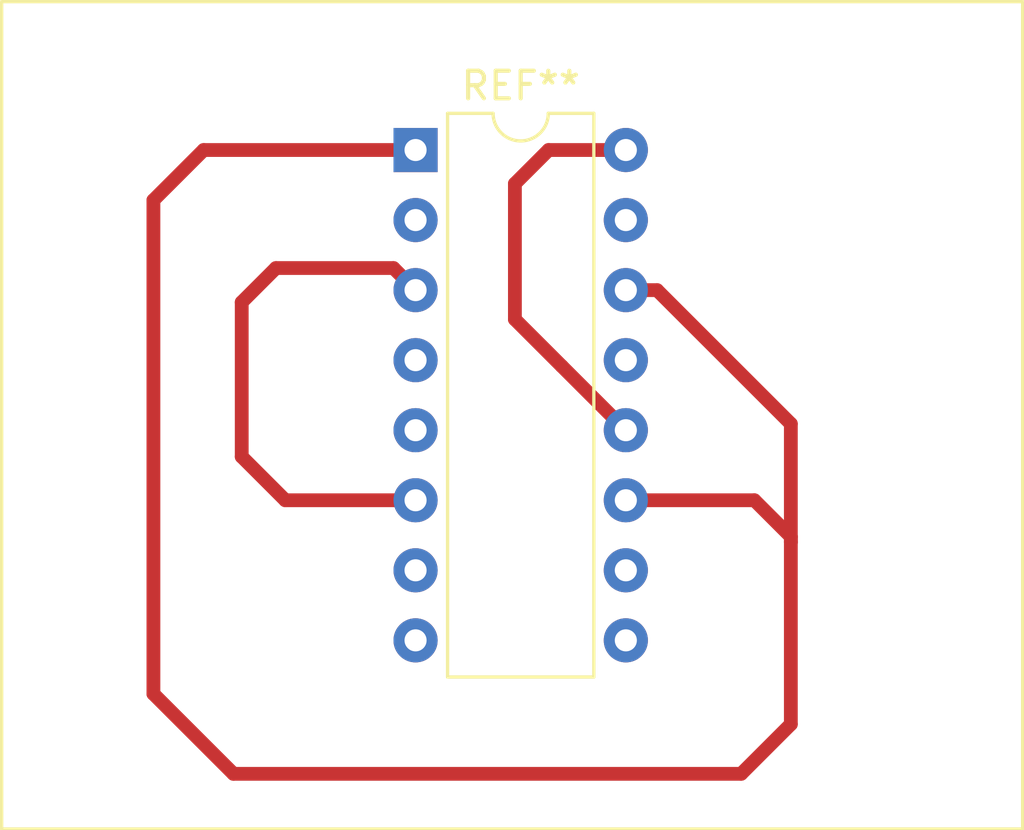
<source format=kicad_pcb>
(kicad_pcb (version 20171130) (host pcbnew 5.1.5+dfsg1-2build2)

  (general
    (thickness 1.6)
    (drawings 4)
    (tracks 24)
    (zones 0)
    (modules 1)
    (nets 1)
  )

  (page A4)
  (layers
    (0 F.Cu signal)
    (31 B.Cu signal)
    (32 B.Adhes user)
    (33 F.Adhes user)
    (34 B.Paste user)
    (35 F.Paste user)
    (36 B.SilkS user)
    (37 F.SilkS user)
    (38 B.Mask user)
    (39 F.Mask user)
    (40 Dwgs.User user)
    (41 Cmts.User user)
    (42 Eco1.User user)
    (43 Eco2.User user)
    (44 Edge.Cuts user)
    (45 Margin user)
    (46 B.CrtYd user)
    (47 F.CrtYd user)
    (48 B.Fab user)
    (49 F.Fab user)
  )

  (setup
    (last_trace_width 0.5)
    (user_trace_width 0.5)
    (user_trace_width 1)
    (trace_clearance 0.2)
    (zone_clearance 0.508)
    (zone_45_only no)
    (trace_min 0.2)
    (via_size 0.8)
    (via_drill 0.4)
    (via_min_size 0.4)
    (via_min_drill 0.3)
    (uvia_size 0.3)
    (uvia_drill 0.1)
    (uvias_allowed no)
    (uvia_min_size 0.2)
    (uvia_min_drill 0.1)
    (edge_width 0.05)
    (segment_width 0.2)
    (pcb_text_width 0.3)
    (pcb_text_size 1.5 1.5)
    (mod_edge_width 0.12)
    (mod_text_size 1 1)
    (mod_text_width 0.15)
    (pad_size 1.524 1.524)
    (pad_drill 0.762)
    (pad_to_mask_clearance 0.051)
    (solder_mask_min_width 0.25)
    (aux_axis_origin 0 0)
    (visible_elements FFFFFF7F)
    (pcbplotparams
      (layerselection 0x00000_7fffffff)
      (usegerberextensions false)
      (usegerberattributes false)
      (usegerberadvancedattributes false)
      (creategerberjobfile false)
      (excludeedgelayer true)
      (linewidth 0.100000)
      (plotframeref false)
      (viasonmask false)
      (mode 1)
      (useauxorigin false)
      (hpglpennumber 1)
      (hpglpenspeed 20)
      (hpglpendiameter 15.000000)
      (psnegative false)
      (psa4output false)
      (plotreference true)
      (plotvalue true)
      (plotinvisibletext false)
      (padsonsilk false)
      (subtractmaskfromsilk false)
      (outputformat 1)
      (mirror false)
      (drillshape 0)
      (scaleselection 1)
      (outputdirectory "../"))
  )

  (net 0 "")

  (net_class Default "Это класс цепей по умолчанию."
    (clearance 0.2)
    (trace_width 0.25)
    (via_dia 0.8)
    (via_drill 0.4)
    (uvia_dia 0.3)
    (uvia_drill 0.1)
  )

  (module Package_DIP:DIP-16_W7.62mm (layer F.Cu) (tedit 5A02E8C5) (tstamp 64EB562B)
    (at 105 75.38)
    (descr "16-lead though-hole mounted DIP package, row spacing 7.62 mm (300 mils)")
    (tags "THT DIP DIL PDIP 2.54mm 7.62mm 300mil")
    (fp_text reference REF** (at 3.81 -2.33) (layer F.SilkS)
      (effects (font (size 1 1) (thickness 0.15)))
    )
    (fp_text value DIP-16_W7.62mm (at 3.81 20.11) (layer F.Fab)
      (effects (font (size 1 1) (thickness 0.15)))
    )
    (fp_text user %R (at 3.81 8.89) (layer F.Fab)
      (effects (font (size 1 1) (thickness 0.15)))
    )
    (fp_line (start 8.7 -1.55) (end -1.1 -1.55) (layer F.CrtYd) (width 0.05))
    (fp_line (start 8.7 19.3) (end 8.7 -1.55) (layer F.CrtYd) (width 0.05))
    (fp_line (start -1.1 19.3) (end 8.7 19.3) (layer F.CrtYd) (width 0.05))
    (fp_line (start -1.1 -1.55) (end -1.1 19.3) (layer F.CrtYd) (width 0.05))
    (fp_line (start 6.46 -1.33) (end 4.81 -1.33) (layer F.SilkS) (width 0.12))
    (fp_line (start 6.46 19.11) (end 6.46 -1.33) (layer F.SilkS) (width 0.12))
    (fp_line (start 1.16 19.11) (end 6.46 19.11) (layer F.SilkS) (width 0.12))
    (fp_line (start 1.16 -1.33) (end 1.16 19.11) (layer F.SilkS) (width 0.12))
    (fp_line (start 2.81 -1.33) (end 1.16 -1.33) (layer F.SilkS) (width 0.12))
    (fp_line (start 0.635 -0.27) (end 1.635 -1.27) (layer F.Fab) (width 0.1))
    (fp_line (start 0.635 19.05) (end 0.635 -0.27) (layer F.Fab) (width 0.1))
    (fp_line (start 6.985 19.05) (end 0.635 19.05) (layer F.Fab) (width 0.1))
    (fp_line (start 6.985 -1.27) (end 6.985 19.05) (layer F.Fab) (width 0.1))
    (fp_line (start 1.635 -1.27) (end 6.985 -1.27) (layer F.Fab) (width 0.1))
    (fp_arc (start 3.81 -1.33) (end 2.81 -1.33) (angle -180) (layer F.SilkS) (width 0.12))
    (pad 16 thru_hole oval (at 7.62 0) (size 1.6 1.6) (drill 0.8) (layers *.Cu *.Mask))
    (pad 8 thru_hole oval (at 0 17.78) (size 1.6 1.6) (drill 0.8) (layers *.Cu *.Mask))
    (pad 15 thru_hole oval (at 7.62 2.54) (size 1.6 1.6) (drill 0.8) (layers *.Cu *.Mask))
    (pad 7 thru_hole oval (at 0 15.24) (size 1.6 1.6) (drill 0.8) (layers *.Cu *.Mask))
    (pad 14 thru_hole oval (at 7.62 5.08) (size 1.6 1.6) (drill 0.8) (layers *.Cu *.Mask))
    (pad 6 thru_hole oval (at 0 12.7) (size 1.6 1.6) (drill 0.8) (layers *.Cu *.Mask))
    (pad 13 thru_hole oval (at 7.62 7.62) (size 1.6 1.6) (drill 0.8) (layers *.Cu *.Mask))
    (pad 5 thru_hole oval (at 0 10.16) (size 1.6 1.6) (drill 0.8) (layers *.Cu *.Mask))
    (pad 12 thru_hole oval (at 7.62 10.16) (size 1.6 1.6) (drill 0.8) (layers *.Cu *.Mask))
    (pad 4 thru_hole oval (at 0 7.62) (size 1.6 1.6) (drill 0.8) (layers *.Cu *.Mask))
    (pad 11 thru_hole oval (at 7.62 12.7) (size 1.6 1.6) (drill 0.8) (layers *.Cu *.Mask))
    (pad 3 thru_hole oval (at 0 5.08) (size 1.6 1.6) (drill 0.8) (layers *.Cu *.Mask))
    (pad 10 thru_hole oval (at 7.62 15.24) (size 1.6 1.6) (drill 0.8) (layers *.Cu *.Mask))
    (pad 2 thru_hole oval (at 0 2.54) (size 1.6 1.6) (drill 0.8) (layers *.Cu *.Mask))
    (pad 9 thru_hole oval (at 7.62 17.78) (size 1.6 1.6) (drill 0.8) (layers *.Cu *.Mask))
    (pad 1 thru_hole rect (at 0 0) (size 1.6 1.6) (drill 0.8) (layers *.Cu *.Mask))
    (model ${KISYS3DMOD}/Package_DIP.3dshapes/DIP-16_W7.62mm.wrl
      (at (xyz 0 0 0))
      (scale (xyz 1 1 1))
      (rotate (xyz 0 0 0))
    )
  )

  (gr_line (start 90 70) (end 90 100) (layer F.SilkS) (width 0.12) (tstamp 64EB562C))
  (gr_line (start 127 70) (end 90 70) (layer F.SilkS) (width 0.12))
  (gr_line (start 127 100) (end 127 70) (layer F.SilkS) (width 0.12))
  (gr_line (start 90 100) (end 127 100) (layer F.SilkS) (width 0.12))

  (segment (start 117.28 88.08) (end 112.62 88.08) (width 0.5) (layer F.Cu) (net 0))
  (segment (start 118.6 89.4) (end 117.28 88.08) (width 0.5) (layer F.Cu) (net 0))
  (segment (start 116.8 98) (end 118.6 96.2) (width 0.5) (layer F.Cu) (net 0))
  (segment (start 98.4 98) (end 116.8 98) (width 0.5) (layer F.Cu) (net 0))
  (segment (start 95.5 95.1) (end 98.4 98) (width 0.5) (layer F.Cu) (net 0))
  (segment (start 95.5 77.2) (end 95.5 95.1) (width 0.5) (layer F.Cu) (net 0))
  (segment (start 97.32 75.38) (end 95.5 77.2) (width 0.5) (layer F.Cu) (net 0))
  (segment (start 105 75.38) (end 97.32 75.38) (width 0.5) (layer F.Cu) (net 0))
  (segment (start 118.6 85.30863) (end 118.6 89.6) (width 0.5) (layer F.Cu) (net 0))
  (segment (start 113.75137 80.46) (end 118.6 85.30863) (width 0.5) (layer F.Cu) (net 0))
  (segment (start 112.62 80.46) (end 113.75137 80.46) (width 0.5) (layer F.Cu) (net 0))
  (segment (start 118.6 89.6) (end 118.6 89.4) (width 0.5) (layer F.Cu) (net 0))
  (segment (start 118.6 96.2) (end 118.6 89.6) (width 0.5) (layer F.Cu) (net 0))
  (segment (start 104.200001 79.660001) (end 99.939999 79.660001) (width 0.5) (layer F.Cu) (net 0))
  (segment (start 105 80.46) (end 104.200001 79.660001) (width 0.5) (layer F.Cu) (net 0))
  (segment (start 99.939999 79.660001) (end 98.7 80.9) (width 0.5) (layer F.Cu) (net 0))
  (segment (start 98.7 80.9) (end 98.7 86.5) (width 0.5) (layer F.Cu) (net 0))
  (segment (start 100.28 88.08) (end 105 88.08) (width 0.5) (layer F.Cu) (net 0))
  (segment (start 98.7 86.5) (end 100.28 88.08) (width 0.5) (layer F.Cu) (net 0))
  (segment (start 112.62 75.38) (end 109.82 75.38) (width 0.5) (layer F.Cu) (net 0))
  (segment (start 109.82 75.38) (end 108.6 76.6) (width 0.5) (layer F.Cu) (net 0))
  (segment (start 108.6 81.52) (end 110.3 83.22) (width 0.5) (layer F.Cu) (net 0))
  (segment (start 108.6 76.6) (end 108.6 81.52) (width 0.5) (layer F.Cu) (net 0))
  (segment (start 110.3 83.22) (end 112.62 85.54) (width 0.5) (layer F.Cu) (net 0))

)

</source>
